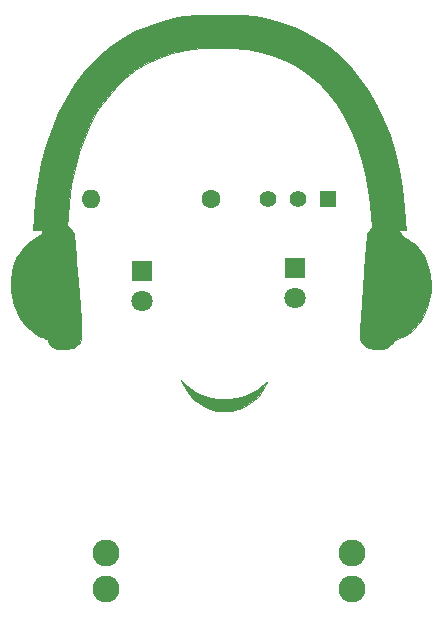
<source format=gbr>
G04 #@! TF.FileFunction,Copper,L1,Top,Signal*
%FSLAX46Y46*%
G04 Gerber Fmt 4.6, Leading zero omitted, Abs format (unit mm)*
G04 Created by KiCad (PCBNEW 4.0.7) date 09/18/18 22:56:12*
%MOMM*%
%LPD*%
G01*
G04 APERTURE LIST*
%ADD10C,0.100000*%
%ADD11C,0.010000*%
%ADD12C,2.286000*%
%ADD13R,1.800000X1.800000*%
%ADD14C,1.800000*%
%ADD15C,1.600000*%
%ADD16O,1.600000X1.600000*%
%ADD17R,1.397000X1.397000*%
%ADD18C,1.397000*%
G04 APERTURE END LIST*
D10*
D11*
G36*
X68357450Y-81441261D02*
X68851418Y-81443723D01*
X69254414Y-81448876D01*
X69584451Y-81457578D01*
X69859541Y-81470688D01*
X70097698Y-81489063D01*
X70316934Y-81513563D01*
X70535261Y-81545046D01*
X70770691Y-81584369D01*
X70770750Y-81584380D01*
X71967787Y-81830514D01*
X73072516Y-82138699D01*
X74107585Y-82517000D01*
X75095640Y-82973480D01*
X75863384Y-83397961D01*
X76903789Y-84088566D01*
X77875314Y-84883370D01*
X78776158Y-85778731D01*
X79604521Y-86771010D01*
X80358603Y-87856564D01*
X81036603Y-89031754D01*
X81636721Y-90292939D01*
X82157157Y-91636477D01*
X82596111Y-93058730D01*
X82951782Y-94556055D01*
X83222370Y-96124811D01*
X83406074Y-97761360D01*
X83474638Y-98790125D01*
X83516665Y-99631500D01*
X82883433Y-99631500D01*
X83001782Y-99869625D01*
X83104920Y-100026033D01*
X83261179Y-100162086D01*
X83502719Y-100304960D01*
X83539795Y-100324284D01*
X83910959Y-100561458D01*
X84289646Y-100883054D01*
X84639718Y-101254233D01*
X84925032Y-101640160D01*
X84954444Y-101687871D01*
X85149678Y-102069569D01*
X85331973Y-102530570D01*
X85484888Y-103023225D01*
X85591985Y-103499885D01*
X85603306Y-103568500D01*
X85652980Y-104187508D01*
X85625631Y-104859046D01*
X85527082Y-105539387D01*
X85363155Y-106184802D01*
X85195395Y-106631923D01*
X84911476Y-107164105D01*
X84554636Y-107659589D01*
X84143732Y-108100439D01*
X83697625Y-108468719D01*
X83235171Y-108746490D01*
X82800865Y-108909439D01*
X82622187Y-108969693D01*
X82508300Y-109035882D01*
X82486500Y-109071045D01*
X82435790Y-109198933D01*
X82304525Y-109357576D01*
X82124002Y-109517575D01*
X81925515Y-109649530D01*
X81815710Y-109701167D01*
X81626727Y-109758584D01*
X81423813Y-109782713D01*
X81161450Y-109777294D01*
X81017928Y-109766720D01*
X80745951Y-109735727D01*
X80498179Y-109693101D01*
X80322099Y-109647257D01*
X80303641Y-109640139D01*
X80075336Y-109494633D01*
X79865146Y-109275801D01*
X79710333Y-109028220D01*
X79655438Y-108864768D01*
X79650607Y-108751437D01*
X79655100Y-108524682D01*
X79667998Y-108197664D01*
X79688383Y-107783545D01*
X79715336Y-107295488D01*
X79747939Y-106746654D01*
X79785273Y-106150205D01*
X79826420Y-105519303D01*
X79870461Y-104867109D01*
X79916478Y-104206786D01*
X79963552Y-103551496D01*
X80010765Y-102914400D01*
X80057199Y-102308661D01*
X80101934Y-101747439D01*
X80144053Y-101243898D01*
X80182636Y-100811199D01*
X80216767Y-100462504D01*
X80245525Y-100210975D01*
X80267993Y-100069773D01*
X80269652Y-100063012D01*
X80355568Y-99849834D01*
X80482060Y-99648429D01*
X80493179Y-99634845D01*
X80655518Y-99441916D01*
X80585090Y-98409583D01*
X80427874Y-96804885D01*
X80181036Y-95280115D01*
X79845342Y-93837448D01*
X79421555Y-92479063D01*
X78910437Y-91207135D01*
X78312754Y-90023840D01*
X77629267Y-88931356D01*
X76944152Y-88030863D01*
X76191254Y-87225966D01*
X75351082Y-86509275D01*
X74431368Y-85884713D01*
X73439841Y-85356206D01*
X72384231Y-84927676D01*
X71272268Y-84603048D01*
X70111681Y-84386245D01*
X69659500Y-84332947D01*
X69102350Y-84287092D01*
X68498833Y-84253760D01*
X67882000Y-84233594D01*
X67284906Y-84227239D01*
X66740605Y-84235338D01*
X66282148Y-84258534D01*
X66198004Y-84265553D01*
X64939588Y-84435256D01*
X63752406Y-84709084D01*
X62637141Y-85086727D01*
X61594479Y-85567873D01*
X60625105Y-86152210D01*
X59729705Y-86839426D01*
X58990904Y-87542217D01*
X58209274Y-88453241D01*
X57505695Y-89462169D01*
X56881356Y-90565808D01*
X56337444Y-91760964D01*
X55875146Y-93044444D01*
X55495649Y-94413054D01*
X55200142Y-95863600D01*
X54989812Y-97392888D01*
X54889796Y-98571920D01*
X54846126Y-99258591D01*
X55074212Y-99492670D01*
X55232219Y-99682125D01*
X55363324Y-99885471D01*
X55398882Y-99958606D01*
X55424362Y-100073991D01*
X55456642Y-100311773D01*
X55495369Y-100667549D01*
X55540188Y-101136919D01*
X55590745Y-101715480D01*
X55646686Y-102398831D01*
X55707657Y-103182569D01*
X55773304Y-104062294D01*
X55843272Y-105033603D01*
X55917207Y-106092095D01*
X55994755Y-107233368D01*
X56045101Y-107989785D01*
X56064090Y-108396240D01*
X56056452Y-108703763D01*
X56017355Y-108938536D01*
X55941967Y-109126742D01*
X55825456Y-109294566D01*
X55798484Y-109326066D01*
X55617705Y-109500869D01*
X55415941Y-109622000D01*
X55163050Y-109700710D01*
X54828892Y-109748248D01*
X54626335Y-109763573D01*
X54332017Y-109776316D01*
X54123854Y-109768456D01*
X53962048Y-109735660D01*
X53808878Y-109674575D01*
X53614011Y-109551332D01*
X53429863Y-109383293D01*
X53286995Y-109204145D01*
X53215964Y-109047577D01*
X53213000Y-109017682D01*
X53154735Y-108937696D01*
X52998860Y-108860184D01*
X52943125Y-108841899D01*
X52375733Y-108607369D01*
X51846745Y-108259737D01*
X51366098Y-107809670D01*
X50943729Y-107267834D01*
X50589575Y-106644897D01*
X50348703Y-106056995D01*
X50249247Y-105696036D01*
X50165391Y-105256743D01*
X50103392Y-104787438D01*
X50069508Y-104336443D01*
X50069993Y-103952079D01*
X50072075Y-103920505D01*
X50156445Y-103302195D01*
X50312044Y-102683922D01*
X50524100Y-102123102D01*
X50547198Y-102073738D01*
X50832345Y-101579974D01*
X51192458Y-101118856D01*
X51602548Y-100716197D01*
X52037629Y-100397811D01*
X52308416Y-100254303D01*
X52551565Y-100097054D01*
X52706581Y-99882399D01*
X52834581Y-99631500D01*
X51993489Y-99631500D01*
X52036663Y-98758375D01*
X52165350Y-97096339D01*
X52382958Y-95494092D01*
X52687555Y-93956420D01*
X53077206Y-92488105D01*
X53549979Y-91093933D01*
X54103940Y-89778687D01*
X54737155Y-88547152D01*
X55447693Y-87404112D01*
X56233618Y-86354352D01*
X57092998Y-85402655D01*
X57645424Y-84878603D01*
X58593728Y-84102996D01*
X59590759Y-83429873D01*
X60645998Y-82854829D01*
X61768929Y-82373459D01*
X62969035Y-81981360D01*
X64255799Y-81674126D01*
X64738250Y-81584113D01*
X64973833Y-81544848D01*
X65192449Y-81513414D01*
X65412115Y-81488953D01*
X65650850Y-81470609D01*
X65926672Y-81457523D01*
X66257598Y-81448840D01*
X66661648Y-81443702D01*
X67156839Y-81441251D01*
X67754500Y-81440631D01*
X68357450Y-81441261D01*
X68357450Y-81441261D01*
G37*
X68357450Y-81441261D02*
X68851418Y-81443723D01*
X69254414Y-81448876D01*
X69584451Y-81457578D01*
X69859541Y-81470688D01*
X70097698Y-81489063D01*
X70316934Y-81513563D01*
X70535261Y-81545046D01*
X70770691Y-81584369D01*
X70770750Y-81584380D01*
X71967787Y-81830514D01*
X73072516Y-82138699D01*
X74107585Y-82517000D01*
X75095640Y-82973480D01*
X75863384Y-83397961D01*
X76903789Y-84088566D01*
X77875314Y-84883370D01*
X78776158Y-85778731D01*
X79604521Y-86771010D01*
X80358603Y-87856564D01*
X81036603Y-89031754D01*
X81636721Y-90292939D01*
X82157157Y-91636477D01*
X82596111Y-93058730D01*
X82951782Y-94556055D01*
X83222370Y-96124811D01*
X83406074Y-97761360D01*
X83474638Y-98790125D01*
X83516665Y-99631500D01*
X82883433Y-99631500D01*
X83001782Y-99869625D01*
X83104920Y-100026033D01*
X83261179Y-100162086D01*
X83502719Y-100304960D01*
X83539795Y-100324284D01*
X83910959Y-100561458D01*
X84289646Y-100883054D01*
X84639718Y-101254233D01*
X84925032Y-101640160D01*
X84954444Y-101687871D01*
X85149678Y-102069569D01*
X85331973Y-102530570D01*
X85484888Y-103023225D01*
X85591985Y-103499885D01*
X85603306Y-103568500D01*
X85652980Y-104187508D01*
X85625631Y-104859046D01*
X85527082Y-105539387D01*
X85363155Y-106184802D01*
X85195395Y-106631923D01*
X84911476Y-107164105D01*
X84554636Y-107659589D01*
X84143732Y-108100439D01*
X83697625Y-108468719D01*
X83235171Y-108746490D01*
X82800865Y-108909439D01*
X82622187Y-108969693D01*
X82508300Y-109035882D01*
X82486500Y-109071045D01*
X82435790Y-109198933D01*
X82304525Y-109357576D01*
X82124002Y-109517575D01*
X81925515Y-109649530D01*
X81815710Y-109701167D01*
X81626727Y-109758584D01*
X81423813Y-109782713D01*
X81161450Y-109777294D01*
X81017928Y-109766720D01*
X80745951Y-109735727D01*
X80498179Y-109693101D01*
X80322099Y-109647257D01*
X80303641Y-109640139D01*
X80075336Y-109494633D01*
X79865146Y-109275801D01*
X79710333Y-109028220D01*
X79655438Y-108864768D01*
X79650607Y-108751437D01*
X79655100Y-108524682D01*
X79667998Y-108197664D01*
X79688383Y-107783545D01*
X79715336Y-107295488D01*
X79747939Y-106746654D01*
X79785273Y-106150205D01*
X79826420Y-105519303D01*
X79870461Y-104867109D01*
X79916478Y-104206786D01*
X79963552Y-103551496D01*
X80010765Y-102914400D01*
X80057199Y-102308661D01*
X80101934Y-101747439D01*
X80144053Y-101243898D01*
X80182636Y-100811199D01*
X80216767Y-100462504D01*
X80245525Y-100210975D01*
X80267993Y-100069773D01*
X80269652Y-100063012D01*
X80355568Y-99849834D01*
X80482060Y-99648429D01*
X80493179Y-99634845D01*
X80655518Y-99441916D01*
X80585090Y-98409583D01*
X80427874Y-96804885D01*
X80181036Y-95280115D01*
X79845342Y-93837448D01*
X79421555Y-92479063D01*
X78910437Y-91207135D01*
X78312754Y-90023840D01*
X77629267Y-88931356D01*
X76944152Y-88030863D01*
X76191254Y-87225966D01*
X75351082Y-86509275D01*
X74431368Y-85884713D01*
X73439841Y-85356206D01*
X72384231Y-84927676D01*
X71272268Y-84603048D01*
X70111681Y-84386245D01*
X69659500Y-84332947D01*
X69102350Y-84287092D01*
X68498833Y-84253760D01*
X67882000Y-84233594D01*
X67284906Y-84227239D01*
X66740605Y-84235338D01*
X66282148Y-84258534D01*
X66198004Y-84265553D01*
X64939588Y-84435256D01*
X63752406Y-84709084D01*
X62637141Y-85086727D01*
X61594479Y-85567873D01*
X60625105Y-86152210D01*
X59729705Y-86839426D01*
X58990904Y-87542217D01*
X58209274Y-88453241D01*
X57505695Y-89462169D01*
X56881356Y-90565808D01*
X56337444Y-91760964D01*
X55875146Y-93044444D01*
X55495649Y-94413054D01*
X55200142Y-95863600D01*
X54989812Y-97392888D01*
X54889796Y-98571920D01*
X54846126Y-99258591D01*
X55074212Y-99492670D01*
X55232219Y-99682125D01*
X55363324Y-99885471D01*
X55398882Y-99958606D01*
X55424362Y-100073991D01*
X55456642Y-100311773D01*
X55495369Y-100667549D01*
X55540188Y-101136919D01*
X55590745Y-101715480D01*
X55646686Y-102398831D01*
X55707657Y-103182569D01*
X55773304Y-104062294D01*
X55843272Y-105033603D01*
X55917207Y-106092095D01*
X55994755Y-107233368D01*
X56045101Y-107989785D01*
X56064090Y-108396240D01*
X56056452Y-108703763D01*
X56017355Y-108938536D01*
X55941967Y-109126742D01*
X55825456Y-109294566D01*
X55798484Y-109326066D01*
X55617705Y-109500869D01*
X55415941Y-109622000D01*
X55163050Y-109700710D01*
X54828892Y-109748248D01*
X54626335Y-109763573D01*
X54332017Y-109776316D01*
X54123854Y-109768456D01*
X53962048Y-109735660D01*
X53808878Y-109674575D01*
X53614011Y-109551332D01*
X53429863Y-109383293D01*
X53286995Y-109204145D01*
X53215964Y-109047577D01*
X53213000Y-109017682D01*
X53154735Y-108937696D01*
X52998860Y-108860184D01*
X52943125Y-108841899D01*
X52375733Y-108607369D01*
X51846745Y-108259737D01*
X51366098Y-107809670D01*
X50943729Y-107267834D01*
X50589575Y-106644897D01*
X50348703Y-106056995D01*
X50249247Y-105696036D01*
X50165391Y-105256743D01*
X50103392Y-104787438D01*
X50069508Y-104336443D01*
X50069993Y-103952079D01*
X50072075Y-103920505D01*
X50156445Y-103302195D01*
X50312044Y-102683922D01*
X50524100Y-102123102D01*
X50547198Y-102073738D01*
X50832345Y-101579974D01*
X51192458Y-101118856D01*
X51602548Y-100716197D01*
X52037629Y-100397811D01*
X52308416Y-100254303D01*
X52551565Y-100097054D01*
X52706581Y-99882399D01*
X52834581Y-99631500D01*
X51993489Y-99631500D01*
X52036663Y-98758375D01*
X52165350Y-97096339D01*
X52382958Y-95494092D01*
X52687555Y-93956420D01*
X53077206Y-92488105D01*
X53549979Y-91093933D01*
X54103940Y-89778687D01*
X54737155Y-88547152D01*
X55447693Y-87404112D01*
X56233618Y-86354352D01*
X57092998Y-85402655D01*
X57645424Y-84878603D01*
X58593728Y-84102996D01*
X59590759Y-83429873D01*
X60645998Y-82854829D01*
X61768929Y-82373459D01*
X62969035Y-81981360D01*
X64255799Y-81674126D01*
X64738250Y-81584113D01*
X64973833Y-81544848D01*
X65192449Y-81513414D01*
X65412115Y-81488953D01*
X65650850Y-81470609D01*
X65926672Y-81457523D01*
X66257598Y-81448840D01*
X66661648Y-81443702D01*
X67156839Y-81441251D01*
X67754500Y-81440631D01*
X68357450Y-81441261D01*
G36*
X64908280Y-112753081D02*
X65272828Y-113080583D01*
X65619882Y-113328161D01*
X65995680Y-113525743D01*
X66286164Y-113644901D01*
X67005234Y-113855970D01*
X67754073Y-113964461D01*
X68510646Y-113971907D01*
X69252917Y-113879841D01*
X69958849Y-113689797D01*
X70606409Y-113403307D01*
X70724366Y-113336119D01*
X70952614Y-113181057D01*
X71210968Y-112976128D01*
X71443995Y-112765339D01*
X71446708Y-112762660D01*
X71624120Y-112591931D01*
X71726321Y-112507507D01*
X71764278Y-112502405D01*
X71748957Y-112569641D01*
X71748680Y-112570370D01*
X71459381Y-113161271D01*
X71068705Y-113697026D01*
X70594563Y-114157891D01*
X70054868Y-114524119D01*
X69906542Y-114601146D01*
X69623569Y-114728407D01*
X69337024Y-114839544D01*
X69096682Y-114915739D01*
X69037249Y-114929753D01*
X68715266Y-114972844D01*
X68325616Y-114991266D01*
X67914942Y-114985818D01*
X67529886Y-114957298D01*
X67217091Y-114906505D01*
X67183000Y-114898000D01*
X66567394Y-114671956D01*
X65994288Y-114335320D01*
X65617679Y-114027593D01*
X65253854Y-113657714D01*
X64975616Y-113300261D01*
X64753196Y-112914540D01*
X64665862Y-112726569D01*
X64506811Y-112363250D01*
X64908280Y-112753081D01*
X64908280Y-112753081D01*
G37*
X64908280Y-112753081D02*
X65272828Y-113080583D01*
X65619882Y-113328161D01*
X65995680Y-113525743D01*
X66286164Y-113644901D01*
X67005234Y-113855970D01*
X67754073Y-113964461D01*
X68510646Y-113971907D01*
X69252917Y-113879841D01*
X69958849Y-113689797D01*
X70606409Y-113403307D01*
X70724366Y-113336119D01*
X70952614Y-113181057D01*
X71210968Y-112976128D01*
X71443995Y-112765339D01*
X71446708Y-112762660D01*
X71624120Y-112591931D01*
X71726321Y-112507507D01*
X71764278Y-112502405D01*
X71748957Y-112569641D01*
X71748680Y-112570370D01*
X71459381Y-113161271D01*
X71068705Y-113697026D01*
X70594563Y-114157891D01*
X70054868Y-114524119D01*
X69906542Y-114601146D01*
X69623569Y-114728407D01*
X69337024Y-114839544D01*
X69096682Y-114915739D01*
X69037249Y-114929753D01*
X68715266Y-114972844D01*
X68325616Y-114991266D01*
X67914942Y-114985818D01*
X67529886Y-114957298D01*
X67217091Y-114906505D01*
X67183000Y-114898000D01*
X66567394Y-114671956D01*
X65994288Y-114335320D01*
X65617679Y-114027593D01*
X65253854Y-113657714D01*
X64975616Y-113300261D01*
X64753196Y-112914540D01*
X64665862Y-112726569D01*
X64506811Y-112363250D01*
X64908280Y-112753081D01*
D12*
X78994000Y-130048000D03*
X58166000Y-130048000D03*
X78994000Y-127000000D03*
X58166000Y-127000000D03*
D13*
X61214000Y-103124000D03*
D14*
X61214000Y-105664000D03*
D13*
X74168000Y-102870000D03*
D14*
X74168000Y-105410000D03*
D15*
X67056000Y-97028000D03*
D16*
X56896000Y-97028000D03*
D17*
X76962000Y-97028000D03*
D18*
X74422000Y-97028000D03*
X71882000Y-97028000D03*
M02*

</source>
